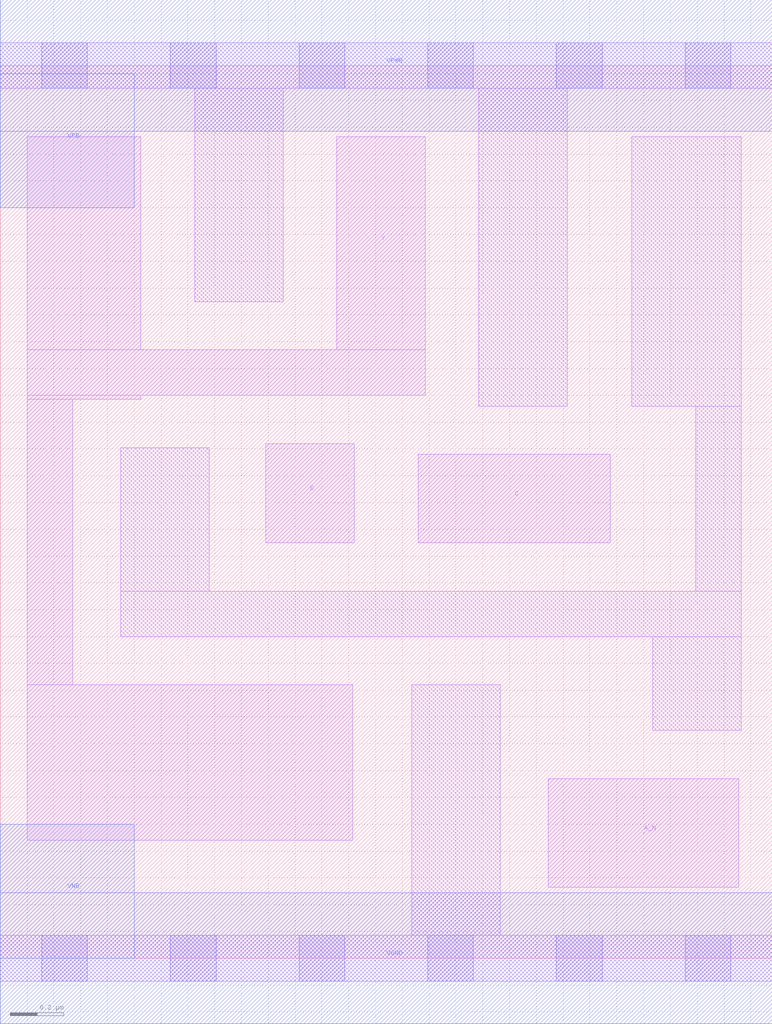
<source format=lef>
# Copyright 2020 The SkyWater PDK Authors
#
# Licensed under the Apache License, Version 2.0 (the "License");
# you may not use this file except in compliance with the License.
# You may obtain a copy of the License at
#
#     https://www.apache.org/licenses/LICENSE-2.0
#
# Unless required by applicable law or agreed to in writing, software
# distributed under the License is distributed on an "AS IS" BASIS,
# WITHOUT WARRANTIES OR CONDITIONS OF ANY KIND, either express or implied.
# See the License for the specific language governing permissions and
# limitations under the License.
#
# SPDX-License-Identifier: Apache-2.0

VERSION 5.5 ;
NAMESCASESENSITIVE ON ;
BUSBITCHARS "[]" ;
DIVIDERCHAR "/" ;
MACRO sky130_fd_sc_lp__nand3b_lp
  CLASS CORE ;
  SOURCE USER ;
  ORIGIN  0.000000  0.000000 ;
  SIZE  2.880000 BY  3.330000 ;
  SYMMETRY X Y R90 ;
  SITE unit ;
  PIN A_N
    ANTENNAGATEAREA  0.376000 ;
    DIRECTION INPUT ;
    USE SIGNAL ;
    PORT
      LAYER li1 ;
        RECT 2.045000 0.265000 2.755000 0.670000 ;
    END
  END A_N
  PIN B
    ANTENNAGATEAREA  0.313000 ;
    DIRECTION INPUT ;
    USE SIGNAL ;
    PORT
      LAYER li1 ;
        RECT 0.990000 1.550000 1.320000 1.920000 ;
    END
  END B
  PIN C
    ANTENNAGATEAREA  0.313000 ;
    DIRECTION INPUT ;
    USE SIGNAL ;
    PORT
      LAYER li1 ;
        RECT 1.560000 1.550000 2.275000 1.880000 ;
    END
  END C
  PIN Y
    ANTENNADIFFAREA  0.684700 ;
    DIRECTION OUTPUT ;
    USE SIGNAL ;
    PORT
      LAYER li1 ;
        RECT 0.100000 0.440000 1.315000 1.020000 ;
        RECT 0.100000 1.020000 0.270000 2.085000 ;
        RECT 0.100000 2.085000 0.525000 2.100000 ;
        RECT 0.100000 2.100000 1.585000 2.270000 ;
        RECT 0.100000 2.270000 0.525000 3.065000 ;
        RECT 1.255000 2.270000 1.585000 3.065000 ;
    END
  END Y
  PIN VGND
    DIRECTION INOUT ;
    USE GROUND ;
    PORT
      LAYER met1 ;
        RECT 0.000000 -0.245000 2.880000 0.245000 ;
    END
  END VGND
  PIN VNB
    DIRECTION INOUT ;
    USE GROUND ;
    PORT
    END
  END VNB
  PIN VPB
    DIRECTION INOUT ;
    USE POWER ;
    PORT
    END
  END VPB
  PIN VNB
    DIRECTION INOUT ;
    USE GROUND ;
    PORT
      LAYER met1 ;
        RECT 0.000000 0.000000 0.500000 0.500000 ;
    END
  END VNB
  PIN VPB
    DIRECTION INOUT ;
    USE POWER ;
    PORT
      LAYER met1 ;
        RECT 0.000000 2.800000 0.500000 3.300000 ;
    END
  END VPB
  PIN VPWR
    DIRECTION INOUT ;
    USE POWER ;
    PORT
      LAYER met1 ;
        RECT 0.000000 3.085000 2.880000 3.575000 ;
    END
  END VPWR
  OBS
    LAYER li1 ;
      RECT 0.000000 -0.085000 2.880000 0.085000 ;
      RECT 0.000000  3.245000 2.880000 3.415000 ;
      RECT 0.450000  1.200000 2.765000 1.370000 ;
      RECT 0.450000  1.370000 0.780000 1.905000 ;
      RECT 0.725000  2.450000 1.055000 3.245000 ;
      RECT 1.535000  0.085000 1.865000 1.020000 ;
      RECT 1.785000  2.060000 2.115000 3.245000 ;
      RECT 2.355000  2.060000 2.765000 3.065000 ;
      RECT 2.435000  0.850000 2.765000 1.200000 ;
      RECT 2.595000  1.370000 2.765000 2.060000 ;
    LAYER mcon ;
      RECT 0.155000 -0.085000 0.325000 0.085000 ;
      RECT 0.155000  3.245000 0.325000 3.415000 ;
      RECT 0.635000 -0.085000 0.805000 0.085000 ;
      RECT 0.635000  3.245000 0.805000 3.415000 ;
      RECT 1.115000 -0.085000 1.285000 0.085000 ;
      RECT 1.115000  3.245000 1.285000 3.415000 ;
      RECT 1.595000 -0.085000 1.765000 0.085000 ;
      RECT 1.595000  3.245000 1.765000 3.415000 ;
      RECT 2.075000 -0.085000 2.245000 0.085000 ;
      RECT 2.075000  3.245000 2.245000 3.415000 ;
      RECT 2.555000 -0.085000 2.725000 0.085000 ;
      RECT 2.555000  3.245000 2.725000 3.415000 ;
  END
END sky130_fd_sc_lp__nand3b_lp
END LIBRARY

</source>
